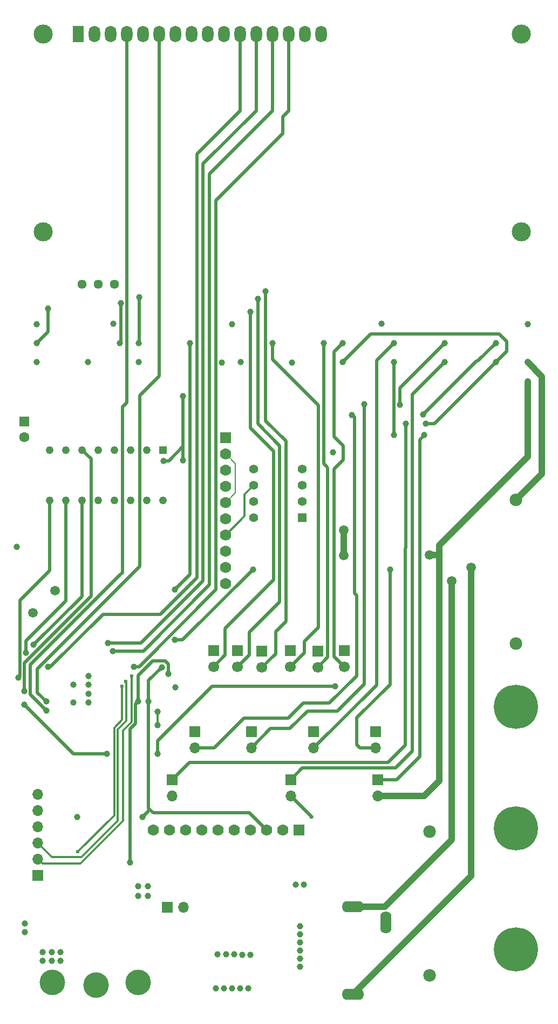
<source format=gbr>
%TF.GenerationSoftware,KiCad,Pcbnew,9.0.5*%
%TF.CreationDate,2025-10-29T10:13:22-04:00*%
%TF.ProjectId,oshe_dmm_project_v1,6f736865-5f64-46d6-9d5f-70726f6a6563,V1*%
%TF.SameCoordinates,Original*%
%TF.FileFunction,Copper,L4,Bot*%
%TF.FilePolarity,Positive*%
%FSLAX46Y46*%
G04 Gerber Fmt 4.6, Leading zero omitted, Abs format (unit mm)*
G04 Created by KiCad (PCBNEW 9.0.5) date 2025-10-29 10:13:22*
%MOMM*%
%LPD*%
G01*
G04 APERTURE LIST*
G04 Aperture macros list*
%AMRoundRect*
0 Rectangle with rounded corners*
0 $1 Rounding radius*
0 $2 $3 $4 $5 $6 $7 $8 $9 X,Y pos of 4 corners*
0 Add a 4 corners polygon primitive as box body*
4,1,4,$2,$3,$4,$5,$6,$7,$8,$9,$2,$3,0*
0 Add four circle primitives for the rounded corners*
1,1,$1+$1,$2,$3*
1,1,$1+$1,$4,$5*
1,1,$1+$1,$6,$7*
1,1,$1+$1,$8,$9*
0 Add four rect primitives between the rounded corners*
20,1,$1+$1,$2,$3,$4,$5,0*
20,1,$1+$1,$4,$5,$6,$7,0*
20,1,$1+$1,$6,$7,$8,$9,0*
20,1,$1+$1,$8,$9,$2,$3,0*%
G04 Aperture macros list end*
%TA.AperFunction,ComponentPad*%
%ADD10C,1.440000*%
%TD*%
%TA.AperFunction,ComponentPad*%
%ADD11C,3.000000*%
%TD*%
%TA.AperFunction,ComponentPad*%
%ADD12R,1.800000X2.600000*%
%TD*%
%TA.AperFunction,ComponentPad*%
%ADD13O,1.800000X2.600000*%
%TD*%
%TA.AperFunction,ComponentPad*%
%ADD14C,1.980000*%
%TD*%
%TA.AperFunction,ComponentPad*%
%ADD15R,1.778000X1.778000*%
%TD*%
%TA.AperFunction,ComponentPad*%
%ADD16C,1.778000*%
%TD*%
%TA.AperFunction,ComponentPad*%
%ADD17O,3.500000X1.750000*%
%TD*%
%TA.AperFunction,ComponentPad*%
%ADD18O,1.750000X3.500000*%
%TD*%
%TA.AperFunction,ComponentPad*%
%ADD19C,4.000000*%
%TD*%
%TA.AperFunction,ComponentPad*%
%ADD20RoundRect,0.250000X-0.550000X0.550000X-0.550000X-0.550000X0.550000X-0.550000X0.550000X0.550000X0*%
%TD*%
%TA.AperFunction,ComponentPad*%
%ADD21C,1.600000*%
%TD*%
%TA.AperFunction,ComponentPad*%
%ADD22R,1.700000X1.700000*%
%TD*%
%TA.AperFunction,ComponentPad*%
%ADD23O,1.700000X1.700000*%
%TD*%
%TA.AperFunction,ComponentPad*%
%ADD24R,1.397000X1.397000*%
%TD*%
%TA.AperFunction,ComponentPad*%
%ADD25C,1.397000*%
%TD*%
%TA.AperFunction,ComponentPad*%
%ADD26C,6.918200*%
%TD*%
%TA.AperFunction,ComponentPad*%
%ADD27C,1.700000*%
%TD*%
%TA.AperFunction,ComponentPad*%
%ADD28C,1.500000*%
%TD*%
%TA.AperFunction,ComponentPad*%
%ADD29R,1.210000X1.210000*%
%TD*%
%TA.AperFunction,ComponentPad*%
%ADD30C,1.210000*%
%TD*%
%TA.AperFunction,ViaPad*%
%ADD31C,1.000000*%
%TD*%
%TA.AperFunction,ViaPad*%
%ADD32C,0.600000*%
%TD*%
%TA.AperFunction,ViaPad*%
%ADD33C,1.500000*%
%TD*%
%TA.AperFunction,Conductor*%
%ADD34C,0.200000*%
%TD*%
%TA.AperFunction,Conductor*%
%ADD35C,0.300000*%
%TD*%
%TA.AperFunction,Conductor*%
%ADD36C,0.500000*%
%TD*%
%TA.AperFunction,Conductor*%
%ADD37C,1.000000*%
%TD*%
G04 APERTURE END LIST*
D10*
%TO.P,RV1,1,1*%
%TO.N,+5V*%
X138130000Y-113378000D03*
%TO.P,RV1,2,2*%
%TO.N,Net-(DS1-VO)*%
X135590000Y-113378000D03*
%TO.P,RV1,3,3*%
%TO.N,GND*%
X133050000Y-113378000D03*
%TD*%
D11*
%TO.P,DS1,*%
%TO.N,*%
X126990900Y-74174500D03*
X126990900Y-105175200D03*
X201989480Y-105175200D03*
X201990000Y-74174500D03*
D12*
%TO.P,DS1,1,VSS*%
%TO.N,GND*%
X132490000Y-74174500D03*
D13*
%TO.P,DS1,2,VDD*%
%TO.N,+5V*%
X135030000Y-74174500D03*
%TO.P,DS1,3,VO*%
%TO.N,Net-(DS1-VO)*%
X137570000Y-74174500D03*
%TO.P,DS1,4,RS*%
%TO.N,MISO{slash}D12*%
X140110000Y-74174500D03*
%TO.P,DS1,5,R/W*%
%TO.N,GND*%
X142650000Y-74174500D03*
%TO.P,DS1,6,E*%
%TO.N,MOSI{slash}D11*%
X145190000Y-74174500D03*
%TO.P,DS1,7,D0*%
%TO.N,unconnected-(DS1-D0-Pad7)*%
X147730000Y-74174500D03*
%TO.P,DS1,8,D1*%
%TO.N,unconnected-(DS1-D1-Pad8)*%
X150270000Y-74174500D03*
%TO.P,DS1,9,D2*%
%TO.N,unconnected-(DS1-D2-Pad9)*%
X152810000Y-74174500D03*
%TO.P,DS1,10,D3*%
%TO.N,unconnected-(DS1-D3-Pad10)*%
X155350000Y-74174500D03*
%TO.P,DS1,11,D4*%
%TO.N,D5*%
X157890000Y-74174500D03*
%TO.P,DS1,12,D5*%
%TO.N,D4*%
X160430000Y-74174500D03*
%TO.P,DS1,13,D6*%
%TO.N,D3*%
X162970000Y-74174500D03*
%TO.P,DS1,14,D7*%
%TO.N,D2*%
X165510000Y-74174500D03*
%TO.P,DS1,15,LED(+)*%
%TO.N,Net-(DS1-LED(+))*%
X168050000Y-74174500D03*
%TO.P,DS1,16,LED(-)*%
%TO.N,GND*%
X170590000Y-74174500D03*
%TD*%
D14*
%TO.P,F2,1*%
%TO.N,Current_Input*%
X187590000Y-221628000D03*
%TO.P,F2,2*%
%TO.N,Net-(U3-AIN2)*%
X187590000Y-199128000D03*
%TD*%
D15*
%TO.P,U3,1,VDD*%
%TO.N,+5V*%
X167130000Y-198878000D03*
D16*
%TO.P,U3,2,GND*%
%TO.N,GND*%
X164590000Y-198878000D03*
%TO.P,U3,3,SCL*%
%TO.N,SCL*%
X162050000Y-198878000D03*
%TO.P,U3,4,SDA*%
%TO.N,SDA*%
X159510000Y-198878000D03*
%TO.P,U3,5,ADDR*%
%TO.N,GND*%
X156970000Y-198878000D03*
%TO.P,U3,6,ALERT/RDY*%
%TO.N,unconnected-(U3-ALERT{slash}RDY-Pad6)*%
X154430000Y-198878000D03*
%TO.P,U3,7,AIN0*%
%TO.N,V_ADC_Input*%
X151890000Y-198878000D03*
%TO.P,U3,8,AIN1*%
%TO.N,GND*%
X149350000Y-198878000D03*
%TO.P,U3,9,AIN2*%
%TO.N,Net-(U3-AIN2)*%
X146810000Y-198878000D03*
%TO.P,U3,10,AIN3*%
%TO.N,GND*%
X144270000Y-198878000D03*
%TD*%
D17*
%TO.P,J22,1*%
%TO.N,Net-(U8-AIN2)*%
X175590000Y-224578000D03*
%TO.P,J22,2*%
%TO.N,Net-(U8-AIN3)*%
X175590000Y-210878000D03*
D18*
%TO.P,J22,3*%
%TO.N,unconnected-(J22-Pad3)*%
X180790000Y-213378000D03*
%TD*%
D19*
%TO.P,BAT-1,1,1*%
%TO.N,GND*%
X128447400Y-222766200D03*
%TD*%
D20*
%TO.P,C9,1*%
%TO.N,+5V*%
X124030000Y-134838000D03*
D21*
%TO.P,C9,2*%
%TO.N,GND*%
X124030000Y-137338000D03*
%TD*%
D19*
%TO.P,BAT+1,1,1*%
%TO.N,Net-(JP1-C)*%
X141909400Y-222766200D03*
%TD*%
D22*
%TO.P,J1,1,Pin_1*%
%TO.N,DTR*%
X126144000Y-205981000D03*
D23*
%TO.P,J1,2,Pin_2*%
%TO.N,TXD*%
X126144000Y-203441000D03*
%TO.P,J1,3,Pin_3*%
%TO.N,RXD*%
X126144000Y-200901000D03*
%TO.P,J1,4,Pin_4*%
%TO.N,+5V*%
X126144000Y-198361000D03*
%TO.P,J1,5,Pin_5*%
%TO.N,GND*%
X126144000Y-195821000D03*
%TO.P,J1,6,Pin_6*%
X126144000Y-193281000D03*
%TD*%
D22*
%TO.P,J6,1,Pin_1*%
%TO.N,9V_BAT_IN*%
X146451000Y-211006000D03*
D23*
%TO.P,J6,2,Pin_2*%
%TO.N,Net-(J6-Pin_2)*%
X148991000Y-211006000D03*
%TD*%
D22*
%TO.P,J10,1,Pin_1*%
%TO.N,+5V*%
X159634000Y-183467400D03*
D23*
%TO.P,J10,2,Pin_2*%
%TO.N,Net-(J10-Pin_2)*%
X159634000Y-186007400D03*
%TD*%
D24*
%TO.P,U2,1,Cc*%
%TO.N,GND*%
X167650000Y-149948000D03*
D25*
%TO.P,U2,2,Vin*%
%TO.N,Net-(U2-Vin)*%
X167650000Y-147408000D03*
%TO.P,U2,3,Cf*%
%TO.N,Net-(U2-Cf)*%
X167650000Y-144868000D03*
%TO.P,U2,4,-Vs*%
%TO.N,Net-(U2--Vs)*%
X167650000Y-142328000D03*
%TO.P,U2,5,Cav*%
%TO.N,Net-(U2-Cav)*%
X160030000Y-142328000D03*
%TO.P,U2,6,OUTPUT*%
%TO.N,Net-(U2-OUTPUT)*%
X160030000Y-144868000D03*
%TO.P,U2,7,+Vs*%
%TO.N,+5V*%
X160030000Y-147408000D03*
%TO.P,U2,8,COM*%
%TO.N,GND*%
X160030000Y-149948000D03*
%TD*%
D22*
%TO.P,J13,1,Pin_1*%
%TO.N,+5V*%
X179105600Y-183447000D03*
D23*
%TO.P,J13,2,Pin_2*%
%TO.N,Net-(J13-Pin_2)*%
X179105600Y-185987000D03*
%TD*%
D14*
%TO.P,F1,1*%
%TO.N,Voltage_Input*%
X201116800Y-169678000D03*
%TO.P,F1,2*%
%TO.N,2V_Rang*%
X201116800Y-147178000D03*
%TD*%
D26*
%TO.P,J3,1,1*%
%TO.N,GND*%
X201193000Y-198610000D03*
%TD*%
D22*
%TO.P,J18,1,Pin_1*%
%TO.N,+5V*%
X165750000Y-170778000D03*
D27*
%TO.P,J18,2,Pin_2*%
%TO.N,Net-(J18-Pin_2)*%
X165750000Y-173318000D03*
%TD*%
D28*
%TO.P,Y1,1,1*%
%TO.N,Net-(U1-XTAL2{slash}PB7)*%
X125359319Y-164818681D03*
%TO.P,Y1,2,2*%
%TO.N,Net-(U1-XTAL1{slash}PB6)*%
X128810000Y-161368000D03*
%TD*%
D22*
%TO.P,J14,1,Pin_1*%
%TO.N,+5V*%
X153720000Y-170788000D03*
D27*
%TO.P,J14,2,Pin_2*%
%TO.N,Net-(J14-Pin_2)*%
X153720000Y-173328000D03*
%TD*%
D22*
%TO.P,J7,1,Pin_1*%
%TO.N,2V_Rang*%
X147218000Y-190990800D03*
D23*
%TO.P,J7,2,Pin_2*%
%TO.N,V_ADC_Input*%
X147218000Y-193530800D03*
%TD*%
D15*
%TO.P,U8,1,VDD*%
%TO.N,+5V*%
X155590000Y-137438000D03*
D16*
%TO.P,U8,2,GND*%
%TO.N,GND*%
X155590000Y-139978000D03*
%TO.P,U8,3,SCL*%
%TO.N,SCL*%
X155590000Y-142518000D03*
%TO.P,U8,4,SDA*%
%TO.N,SDA*%
X155590000Y-145058000D03*
%TO.P,U8,5,ADDR*%
%TO.N,GND*%
X155590000Y-147598000D03*
%TO.P,U8,6,ALERT/RDY*%
%TO.N,unconnected-(U8-ALERT{slash}RDY-Pad6)*%
X155590000Y-150138000D03*
%TO.P,U8,7,AIN0*%
%TO.N,Net-(U2-OUTPUT)*%
X155590000Y-152678000D03*
%TO.P,U8,8,AIN1*%
%TO.N,unconnected-(U8-AIN1-Pad8)*%
X155590000Y-155218000D03*
%TO.P,U8,9,AIN2*%
%TO.N,Net-(U8-AIN2)*%
X155590000Y-157758000D03*
%TO.P,U8,10,AIN3*%
%TO.N,Net-(U8-AIN3)*%
X155590000Y-160298000D03*
%TD*%
D22*
%TO.P,J11,1,Pin_1*%
%TO.N,200V_Rang*%
X179476000Y-190990800D03*
D23*
%TO.P,J11,2,Pin_2*%
%TO.N,V_ADC_Input*%
X179476000Y-193530800D03*
%TD*%
D22*
%TO.P,J12,1,Pin_1*%
%TO.N,+5V*%
X169365000Y-183447000D03*
D23*
%TO.P,J12,2,Pin_2*%
%TO.N,Net-(J12-Pin_2)*%
X169365000Y-185987000D03*
%TD*%
D22*
%TO.P,J20,1,Pin_1*%
%TO.N,+5V*%
X174190000Y-170768000D03*
D27*
%TO.P,J20,2,Pin_2*%
%TO.N,Net-(J20-Pin_2)*%
X174190000Y-173308000D03*
%TD*%
D22*
%TO.P,J16,1,Pin_1*%
%TO.N,+5V*%
X170080000Y-170818000D03*
D27*
%TO.P,J16,2,Pin_2*%
%TO.N,Net-(J16-Pin_2)*%
X170080000Y-173358000D03*
%TD*%
D26*
%TO.P,J2,1,1*%
%TO.N,Voltage_Input*%
X201193000Y-179610000D03*
%TD*%
%TO.P,J4,1,1*%
%TO.N,Current_Input*%
X201193000Y-217610000D03*
%TD*%
D22*
%TO.P,J9,1,Pin_1*%
%TO.N,20V_Rang*%
X165810800Y-190985800D03*
D23*
%TO.P,J9,2,Pin_2*%
%TO.N,V_ADC_Input*%
X165810800Y-193525800D03*
%TD*%
D29*
%TO.P,U4,1,X4*%
%TO.N,Net-(U4-X4)*%
X145790000Y-139318000D03*
D30*
%TO.P,U4,2,X6*%
%TO.N,Net-(U4-X6)*%
X143250000Y-139318000D03*
%TO.P,U4,3,X*%
%TO.N,A0*%
X140710000Y-139318000D03*
%TO.P,U4,4,X7*%
%TO.N,Net-(U4-X7)*%
X138170000Y-139318000D03*
%TO.P,U4,5,X5*%
%TO.N,Net-(U4-X5)*%
X135630000Y-139318000D03*
%TO.P,U4,6,ENABLE*%
%TO.N,D9*%
X133090000Y-139318000D03*
%TO.P,U4,7,N.C.*%
%TO.N,unconnected-(U4-N.C.-Pad7)*%
X130550000Y-139318000D03*
%TO.P,U4,8,GND*%
%TO.N,GND*%
X128010000Y-139318000D03*
%TO.P,U4,9,C*%
%TO.N,D8*%
X128010000Y-147258000D03*
%TO.P,U4,10,B*%
%TO.N,D7*%
X130550000Y-147258000D03*
%TO.P,U4,11,A*%
%TO.N,D6*%
X133090000Y-147258000D03*
%TO.P,U4,12,X3*%
%TO.N,Net-(U4-X3)*%
X135630000Y-147258000D03*
%TO.P,U4,13,X0*%
%TO.N,Net-(U4-X0)*%
X138170000Y-147258000D03*
%TO.P,U4,14,X1*%
%TO.N,Net-(U4-X1)*%
X140710000Y-147258000D03*
%TO.P,U4,15,X2*%
%TO.N,Net-(U4-X2)*%
X143250000Y-147258000D03*
%TO.P,U4,16,VCC*%
%TO.N,+5V*%
X145790000Y-147258000D03*
%TD*%
D22*
%TO.P,J21,1,Pin_1*%
%TO.N,+5V*%
X161280000Y-170868000D03*
D27*
%TO.P,J21,2,Pin_2*%
%TO.N,Net-(J21-Pin_2)*%
X161280000Y-173408000D03*
%TD*%
D22*
%TO.P,J5,1,Pin_1*%
%TO.N,+5V*%
X157480000Y-170788000D03*
D27*
%TO.P,J5,2,Pin_2*%
%TO.N,Net-(J5-Pin_2)*%
X157480000Y-173328000D03*
%TD*%
D22*
%TO.P,J8,1,Pin_1*%
%TO.N,+5V*%
X150820000Y-183468000D03*
D23*
%TO.P,J8,2,Pin_2*%
%TO.N,Net-(J8-Pin_2)*%
X150820000Y-186008000D03*
%TD*%
D19*
%TO.P,Thermistor1,1,1*%
%TO.N,TS*%
X135259400Y-223198000D03*
%TD*%
D31*
%TO.N,*%
X125990000Y-125578000D03*
X141990000Y-125598000D03*
X133990000Y-125598000D03*
X155020000Y-125608000D03*
%TO.N,GND*%
X126923400Y-217991000D03*
X128320400Y-217991000D03*
X166649000Y-207450000D03*
X134067000Y-178919600D03*
X172470000Y-139708000D03*
X167284000Y-216467000D03*
X129717400Y-217991000D03*
X124129400Y-214892200D03*
X167284000Y-213927000D03*
X126923400Y-219388000D03*
X147720000Y-176558000D03*
X129717400Y-219388000D03*
X167284000Y-220277000D03*
X167284000Y-215197000D03*
X122799130Y-154526469D03*
X167284000Y-217737000D03*
X124129400Y-213495200D03*
X134067000Y-176125600D03*
X134067000Y-177522600D03*
X167284000Y-219007000D03*
X128320400Y-219388000D03*
X167919000Y-207450000D03*
X134067000Y-174728600D03*
%TO.N,+5V*%
X158267000Y-218397400D03*
X154076000Y-223680600D03*
X125990000Y-119598000D03*
X132309850Y-196862400D03*
X156616000Y-223680600D03*
X180050000Y-119538000D03*
X159537000Y-218397400D03*
X202990000Y-119598000D03*
X155346000Y-223680600D03*
X159156000Y-223680600D03*
X131686000Y-178900400D03*
X155727000Y-218372000D03*
X131686000Y-176131800D03*
X154330000Y-218372000D03*
X157886000Y-223680600D03*
X138030000Y-119538000D03*
X156640000Y-119588000D03*
X156997000Y-218372000D03*
D32*
%TO.N,Net-(U1-~{RESET}{slash}PC6)*%
X132430000Y-202298000D03*
X139350000Y-176360600D03*
D31*
%TO.N,9V_BAT_IN*%
X141850000Y-209192000D03*
X143374000Y-209192000D03*
X141850000Y-207668000D03*
X143374000Y-207668000D03*
D32*
%TO.N,RXD*%
X139980000Y-175560600D03*
%TO.N,TXD*%
X140890000Y-174760600D03*
D31*
%TO.N,2V_Rang*%
X173990000Y-125598000D03*
X202990000Y-125598000D03*
X187030000Y-135178000D03*
X197990000Y-125598000D03*
X183890000Y-135168000D03*
%TO.N,D9*%
X124017600Y-177078000D03*
%TO.N,A0*%
X148890000Y-140998000D03*
X148940000Y-130888000D03*
X145890000Y-141038000D03*
X144930000Y-182468000D03*
X144930000Y-180328000D03*
%TO.N,SDA*%
X146590000Y-174378000D03*
X140630000Y-203918000D03*
X141884000Y-178748000D03*
%TO.N,D5*%
X127772113Y-173324807D03*
%TO.N,MISO{slash}D12*%
X127463000Y-180125100D03*
%TO.N,D2*%
X141179000Y-173267100D03*
%TO.N,D4*%
X137108800Y-169604000D03*
%TO.N,SCL*%
X143535000Y-178748000D03*
X145580000Y-173378000D03*
X142590000Y-196878000D03*
%TO.N,D8*%
X123067600Y-174988000D03*
%TO.N,D10*%
X136970000Y-186968000D03*
X144940000Y-186968000D03*
X124050000Y-179268000D03*
X172780000Y-176338000D03*
%TO.N,D7*%
X124266599Y-171107898D03*
%TO.N,MOSI{slash}D11*%
X127463000Y-178728100D03*
%TO.N,D6*%
X125498248Y-169876248D03*
%TO.N,D3*%
X137877000Y-170854100D03*
%TO.N,20V_Rang*%
X165990000Y-125608000D03*
X189990000Y-125598000D03*
%TO.N,200V_Rang*%
X186780000Y-137008000D03*
X157990000Y-125598000D03*
X181990000Y-136958000D03*
X181990000Y-125598000D03*
D33*
%TO.N,V_ADC_Input*%
X174160000Y-155908000D03*
D31*
X202990000Y-128598000D03*
D32*
X169090000Y-196878000D03*
D33*
X187610000Y-155798000D03*
X174180000Y-151918000D03*
D31*
%TO.N,Net-(J8-Pin_2)*%
X186580000Y-133808000D03*
X175412000Y-133830000D03*
X197990000Y-122598000D03*
%TO.N,Net-(J10-Pin_2)*%
X182940000Y-132208000D03*
X189990000Y-122598000D03*
X177340000Y-132188000D03*
%TO.N,Net-(J12-Pin_2)*%
X181990000Y-122598000D03*
%TO.N,Net-(J13-Pin_2)*%
X149990000Y-122598000D03*
X181400000Y-158098000D03*
X147660000Y-161178000D03*
X159920000Y-158028000D03*
X147650000Y-169098000D03*
%TO.N,Net-(J5-Pin_2)*%
X160670000Y-115618000D03*
X138990000Y-122598000D03*
X139160000Y-116368000D03*
%TO.N,Net-(J14-Pin_2)*%
X159490000Y-117708000D03*
X125990000Y-122578000D03*
X127750000Y-117208000D03*
%TO.N,Net-(J16-Pin_2)*%
X170990000Y-122598000D03*
%TO.N,Net-(J18-Pin_2)*%
X162990000Y-122598000D03*
%TO.N,Net-(J20-Pin_2)*%
X173990000Y-122598000D03*
%TO.N,Net-(J21-Pin_2)*%
X142060000Y-115398000D03*
X161910000Y-114448000D03*
X141990000Y-122598000D03*
D33*
%TO.N,Net-(U8-AIN3)*%
X191090000Y-159878000D03*
%TO.N,Net-(U8-AIN2)*%
X194090000Y-157688000D03*
%TD*%
D34*
%TO.N,GND*%
X155650000Y-147568000D02*
X157150000Y-146068000D01*
X157150000Y-146068000D02*
X157150000Y-141448000D01*
X157150000Y-141448000D02*
X155650000Y-139948000D01*
D35*
%TO.N,Net-(U1-~{RESET}{slash}PC6)*%
X138140000Y-196588000D02*
X132430000Y-202298000D01*
X138140000Y-182838000D02*
X139350000Y-181628000D01*
X138140000Y-182838000D02*
X138140000Y-196588000D01*
X139350000Y-181628000D02*
X139350000Y-176360600D01*
%TO.N,RXD*%
X140001000Y-175581600D02*
X139980000Y-175560600D01*
X138690000Y-197407000D02*
X132980000Y-203117000D01*
X128360000Y-203117000D02*
X126144000Y-200901000D01*
X132980000Y-203117000D02*
X128360000Y-203117000D01*
X138690000Y-183088000D02*
X140001000Y-181777000D01*
X138690000Y-183088000D02*
X138690000Y-197407000D01*
X140001000Y-181777000D02*
X140001000Y-175581600D01*
%TO.N,TXD*%
X132510000Y-204168000D02*
X126871000Y-204168000D01*
X140890000Y-181908000D02*
X140890000Y-174760600D01*
X139540000Y-183258000D02*
X140890000Y-181908000D01*
X132510000Y-204168000D02*
X132849654Y-204168000D01*
X132849654Y-204168000D02*
X139540000Y-197477654D01*
X139540000Y-197477654D02*
X139540000Y-183258000D01*
X126871000Y-204168000D02*
X126144000Y-203441000D01*
D36*
%TO.N,2V_Rang*%
X149935800Y-188273000D02*
X147218000Y-190990800D01*
D34*
X205190000Y-143104800D02*
X205210000Y-143104800D01*
D36*
X199710000Y-123878000D02*
X199710000Y-122358000D01*
X183794000Y-154754000D02*
X183794000Y-185606000D01*
X178400000Y-121188000D02*
X173990000Y-125598000D01*
X197990000Y-125598000D02*
X199710000Y-123878000D01*
X198540000Y-121188000D02*
X178400000Y-121188000D01*
D37*
X201116800Y-147178000D02*
X205190000Y-143104800D01*
D36*
X188410000Y-135178000D02*
X197990000Y-125598000D01*
D37*
X205210000Y-127818000D02*
X202990000Y-125598000D01*
D36*
X183890000Y-154658000D02*
X183794000Y-154754000D01*
X187030000Y-135178000D02*
X188410000Y-135178000D01*
X183890000Y-135168000D02*
X183890000Y-154658000D01*
X181127000Y-188273000D02*
X149935800Y-188273000D01*
X199710000Y-122358000D02*
X198540000Y-121188000D01*
D37*
X205210000Y-143104800D02*
X205210000Y-127818000D01*
D36*
X183794000Y-185606000D02*
X181127000Y-188273000D01*
%TO.N,D9*%
X134520000Y-140748000D02*
X133090000Y-139318000D01*
X134520000Y-162198000D02*
X134520000Y-140748000D01*
X124017600Y-172700400D02*
X134520000Y-162198000D01*
X124017600Y-177078000D02*
X124017600Y-172700400D01*
%TO.N,A0*%
X148890000Y-140998000D02*
X148890000Y-138848000D01*
X145890000Y-141038000D02*
X146700000Y-141038000D01*
X148940000Y-138798000D02*
X148940000Y-130888000D01*
D35*
X144930000Y-182468000D02*
X144930000Y-180328000D01*
D36*
X146700000Y-141038000D02*
X148940000Y-138798000D01*
D34*
X148890000Y-138848000D02*
X148940000Y-138798000D01*
D36*
%TO.N,SDA*%
X146590000Y-172878000D02*
X146090000Y-172378000D01*
X141491000Y-179141000D02*
X141491000Y-182156942D01*
X141884000Y-178748000D02*
X141491000Y-179141000D01*
X140590000Y-197108000D02*
X140620000Y-197138000D01*
X141884000Y-174654029D02*
X141884000Y-178748000D01*
X146590000Y-174378000D02*
X146590000Y-172878000D01*
X140620000Y-197138000D02*
X140620000Y-203908000D01*
X141491000Y-182156942D02*
X140590000Y-183057942D01*
X140590000Y-183057942D02*
X140590000Y-197108000D01*
X146090000Y-172378000D02*
X144160029Y-172378000D01*
X140620000Y-203908000D02*
X140630000Y-203918000D01*
X144160029Y-172378000D02*
X141884000Y-174654029D01*
%TO.N,D5*%
X151090000Y-92974500D02*
X157890000Y-86174500D01*
X127772113Y-173324807D02*
X128098793Y-173324807D01*
X157890000Y-86174500D02*
X157890000Y-74174500D01*
X136355600Y-165068000D02*
X145370000Y-165068000D01*
X128098793Y-173324807D02*
X136355600Y-165068000D01*
X145370000Y-165068000D02*
X151090000Y-159348000D01*
X151090000Y-159348000D02*
X151090000Y-92974500D01*
%TO.N,MISO{slash}D12*%
X124967600Y-177629700D02*
X124967600Y-173007600D01*
X127463000Y-180125100D02*
X124967600Y-177629700D01*
X139440000Y-132608000D02*
X139440000Y-158535200D01*
X139440000Y-158535200D02*
X139220000Y-158755200D01*
X140110000Y-74174500D02*
X140110000Y-131938000D01*
X140110000Y-131938000D02*
X139440000Y-132608000D01*
X124967600Y-173007600D02*
X139116000Y-158859200D01*
D34*
X139220000Y-158755200D02*
X139116000Y-158859200D01*
D36*
%TO.N,D2*%
X154090000Y-125193082D02*
X154069000Y-125214082D01*
X154090000Y-126022918D02*
X154090000Y-161198000D01*
X164560000Y-87124500D02*
X164560000Y-89768000D01*
X154069000Y-126001918D02*
X154090000Y-126022918D01*
X154090000Y-161198000D02*
X142020900Y-173267100D01*
X142020900Y-173267100D02*
X141179000Y-173267100D01*
X164560000Y-89768000D02*
X154090000Y-100238000D01*
X154069000Y-125214082D02*
X154069000Y-126001918D01*
X154090000Y-100238000D02*
X154090000Y-125193082D01*
X165510000Y-86174500D02*
X164560000Y-87124500D01*
X165510000Y-86174500D02*
X165510000Y-74174500D01*
%TO.N,D4*%
X142324000Y-169604000D02*
X152090000Y-159838000D01*
X152090000Y-94514500D02*
X160430000Y-86174500D01*
X160430000Y-86174500D02*
X160430000Y-74174500D01*
X137108800Y-169604000D02*
X142324000Y-169604000D01*
X152090000Y-159838000D02*
X152090000Y-94514500D01*
D34*
%TO.N,SCL*%
X143535000Y-195933000D02*
X143535000Y-195461200D01*
D36*
X159368200Y-196196200D02*
X144270000Y-196196200D01*
X145580000Y-173378000D02*
X143535000Y-175423000D01*
X162050000Y-198878000D02*
X159368200Y-196196200D01*
X143535000Y-195461200D02*
X143535000Y-178748000D01*
X143535000Y-175423000D02*
X143535000Y-178748000D01*
X142590000Y-196878000D02*
X143535000Y-195933000D01*
X143535000Y-195461200D02*
X144270000Y-196196200D01*
%TO.N,D8*%
X123067600Y-174988000D02*
X123316600Y-174739000D01*
X123316600Y-162931400D02*
X127910000Y-158338000D01*
X128010000Y-151388000D02*
X128010000Y-147258000D01*
D34*
X128020000Y-158228000D02*
X127910000Y-158338000D01*
D36*
X123316600Y-174739000D02*
X123316600Y-162931400D01*
X128020000Y-151398000D02*
X128010000Y-151388000D01*
X128020000Y-151398000D02*
X128020000Y-158228000D01*
%TO.N,D10*%
X144940000Y-186968000D02*
X144940000Y-184878000D01*
X153480000Y-176338000D02*
X172780000Y-176338000D01*
X151640000Y-178178000D02*
X153480000Y-176338000D01*
X131750000Y-186968000D02*
X136970000Y-186968000D01*
X124050000Y-179268000D02*
X131750000Y-186968000D01*
X144940000Y-184878000D02*
X151640000Y-178178000D01*
D34*
%TO.N,D7*%
X130550000Y-162988000D02*
X130440000Y-163098000D01*
D36*
X124266599Y-171107898D02*
X124266599Y-169266128D01*
X126710000Y-166828000D02*
X130440000Y-163098000D01*
X130530000Y-147278000D02*
X130550000Y-147258000D01*
X130550000Y-147258000D02*
X130550000Y-162988000D01*
X124266599Y-169266128D02*
X126704727Y-166828000D01*
X126704727Y-166828000D02*
X126710000Y-166828000D01*
%TO.N,MOSI{slash}D11*%
X127463000Y-178728100D02*
X126085200Y-177350300D01*
D34*
X142104000Y-130864000D02*
X142104000Y-130824000D01*
D36*
X142104000Y-157598400D02*
X142104000Y-130864000D01*
X142104000Y-130824000D02*
X145190000Y-127738000D01*
X145190000Y-127738000D02*
X145190000Y-74174500D01*
X126085200Y-177350300D02*
X126085200Y-173617200D01*
X126085200Y-173617200D02*
X142084000Y-157618400D01*
X142084000Y-157618400D02*
X142104000Y-157598400D01*
%TO.N,D6*%
X125498248Y-169876248D02*
X132980000Y-162394496D01*
D34*
X133090000Y-162284496D02*
X132980000Y-162394496D01*
D36*
X133070000Y-147278000D02*
X133090000Y-147258000D01*
X133090000Y-147258000D02*
X133090000Y-162284496D01*
%TO.N,D3*%
X137877000Y-170854100D02*
X142693900Y-170854100D01*
X153090000Y-96054500D02*
X162970000Y-86174500D01*
X142693900Y-170854100D02*
X153090000Y-160458000D01*
X153090000Y-160458000D02*
X153090000Y-96054500D01*
X162970000Y-86174500D02*
X162970000Y-74174500D01*
%TO.N,20V_Rang*%
X184937000Y-186495000D02*
X184937000Y-160587000D01*
X184937000Y-148243786D02*
X184937000Y-142431000D01*
X167634600Y-189162000D02*
X182270000Y-189162000D01*
X165810800Y-190985800D02*
X167634600Y-189162000D01*
X184937000Y-142431000D02*
X184937000Y-130651000D01*
X182270000Y-189162000D02*
X184937000Y-186495000D01*
X184937000Y-160587000D02*
X184937000Y-148243786D01*
X184937000Y-130651000D02*
X189990000Y-125598000D01*
%TO.N,200V_Rang*%
X186780000Y-137008000D02*
X186080000Y-137708000D01*
X186080000Y-137708000D02*
X186080000Y-187384000D01*
X182473200Y-190990800D02*
X179476000Y-190990800D01*
X186080000Y-187384000D02*
X182473200Y-190990800D01*
X181990000Y-136958000D02*
X181990000Y-125598000D01*
D34*
%TO.N,V_ADC_Input*%
X187610000Y-155798000D02*
X187620000Y-155808000D01*
D37*
X202990000Y-140378000D02*
X202990000Y-128598000D01*
X174120000Y-155868000D02*
X174160000Y-155908000D01*
D36*
X169163000Y-196878000D02*
X165810800Y-193525800D01*
D37*
X189107234Y-154260766D02*
X202990000Y-140378000D01*
X174180000Y-151918000D02*
X174120000Y-151978000D01*
X189107234Y-154356617D02*
X189107234Y-154260766D01*
X189107234Y-191214766D02*
X189107234Y-154356617D01*
X179476000Y-193530800D02*
X186791200Y-193530800D01*
X187620000Y-155808000D02*
X189097234Y-155808000D01*
X186791200Y-193530800D02*
X189107234Y-191214766D01*
X174120000Y-151978000D02*
X174120000Y-155868000D01*
D36*
%TO.N,Net-(J8-Pin_2)*%
X158490000Y-181378000D02*
X153860000Y-186008000D01*
X186580000Y-133808000D02*
X186560000Y-133828000D01*
X176140000Y-174718000D02*
X171840000Y-179018000D01*
X194980000Y-125408000D02*
X195180000Y-125408000D01*
X175412000Y-133830000D02*
X175810000Y-134228000D01*
X175810000Y-161768000D02*
X176140000Y-162098000D01*
X176140000Y-162098000D02*
X176140000Y-174718000D01*
X171840000Y-179018000D02*
X167810000Y-179018000D01*
X153860000Y-186008000D02*
X150820000Y-186008000D01*
X175810000Y-134228000D02*
X175810000Y-161768000D01*
X186580000Y-133808000D02*
X194980000Y-125408000D01*
X195180000Y-125408000D02*
X197990000Y-122598000D01*
X165450000Y-181378000D02*
X158490000Y-181378000D01*
X167810000Y-179018000D02*
X165450000Y-181378000D01*
%TO.N,Net-(J10-Pin_2)*%
X182940000Y-132208000D02*
X182940000Y-129648000D01*
X159634000Y-185991600D02*
X162627600Y-182998000D01*
X177342400Y-176055600D02*
X177342400Y-154695600D01*
D34*
X177402400Y-159225600D02*
X177410000Y-159218000D01*
D36*
X177402400Y-136720400D02*
X177402400Y-159225600D01*
X168436000Y-180272000D02*
X173126000Y-180272000D01*
X177340000Y-132188000D02*
X177340000Y-136658000D01*
X177340000Y-136658000D02*
X177402400Y-136720400D01*
X159634000Y-186007400D02*
X159634000Y-185991600D01*
X182940000Y-129648000D02*
X189990000Y-122598000D01*
X165710000Y-182998000D02*
X168436000Y-180272000D01*
X162627600Y-182998000D02*
X165710000Y-182998000D01*
X173126000Y-180272000D02*
X177342400Y-176055600D01*
%TO.N,Net-(J12-Pin_2)*%
X179280000Y-176150000D02*
X169443000Y-185987000D01*
X179280000Y-125308000D02*
X181990000Y-122598000D01*
X169443000Y-185987000D02*
X169365000Y-185987000D01*
X179280000Y-137088000D02*
X179280000Y-125308000D01*
X179280000Y-137088000D02*
X179280000Y-176150000D01*
%TO.N,Net-(J13-Pin_2)*%
X181400000Y-176062000D02*
X176174000Y-181288000D01*
X176682000Y-185987000D02*
X179105600Y-185987000D01*
X148850000Y-169098000D02*
X147650000Y-169098000D01*
X147660000Y-161178000D02*
X149990000Y-158848000D01*
X159920000Y-158028000D02*
X148850000Y-169098000D01*
X176174000Y-185479000D02*
X176682000Y-185987000D01*
X176174000Y-181288000D02*
X176174000Y-185479000D01*
X149990000Y-158848000D02*
X149990000Y-122598000D01*
X181400000Y-158098000D02*
X181400000Y-176062000D01*
D34*
%TO.N,Net-(J5-Pin_2)*%
X139160000Y-122428000D02*
X138990000Y-122598000D01*
D36*
X159330000Y-167868000D02*
X159330000Y-171478000D01*
X164080000Y-163118000D02*
X159330000Y-167868000D01*
X160670000Y-135228000D02*
X164080000Y-138638000D01*
X164080000Y-138638000D02*
X164080000Y-163118000D01*
X159330000Y-171478000D02*
X157480000Y-173328000D01*
X160670000Y-115618000D02*
X160670000Y-135228000D01*
X139160000Y-116368000D02*
X139160000Y-122428000D01*
%TO.N,Net-(J14-Pin_2)*%
X127750000Y-120818000D02*
X125990000Y-122578000D01*
X163120000Y-139558000D02*
X163120000Y-159718000D01*
X155560000Y-167278000D02*
X155560000Y-171488000D01*
X159490000Y-117708000D02*
X159490000Y-135928000D01*
X159490000Y-135928000D02*
X163120000Y-139558000D01*
X155560000Y-171488000D02*
X153720000Y-173328000D01*
X163120000Y-159718000D02*
X155560000Y-167278000D01*
X127750000Y-117208000D02*
X127750000Y-120818000D01*
%TO.N,Net-(J16-Pin_2)*%
X171620000Y-171818000D02*
X171620000Y-142118000D01*
X171401057Y-141899057D02*
X170990000Y-141488000D01*
X171620000Y-142118000D02*
X171401057Y-141899057D01*
X170990000Y-141488000D02*
X170990000Y-122598000D01*
X170080000Y-173358000D02*
X171620000Y-171818000D01*
%TO.N,Net-(J18-Pin_2)*%
X170130000Y-132288000D02*
X162990000Y-125148000D01*
X165750000Y-173318000D02*
X167940000Y-171128000D01*
X167940000Y-171128000D02*
X167940000Y-169318000D01*
X170130000Y-167128000D02*
X170130000Y-132288000D01*
X167940000Y-169318000D02*
X170130000Y-167128000D01*
X162990000Y-125148000D02*
X162990000Y-122598000D01*
%TO.N,Net-(J20-Pin_2)*%
X174020000Y-138668000D02*
X172590000Y-137238000D01*
X172599000Y-123989000D02*
X173990000Y-122598000D01*
X172599000Y-142329000D02*
X174020000Y-140908000D01*
X174020000Y-140908000D02*
X174020000Y-138668000D01*
X172599000Y-171717000D02*
X172599000Y-142329000D01*
X172590000Y-137238000D02*
X172590000Y-123998000D01*
D34*
X172590000Y-123998000D02*
X172599000Y-123989000D01*
D36*
X174190000Y-173308000D02*
X172599000Y-171717000D01*
%TO.N,Net-(J21-Pin_2)*%
X165060000Y-166178000D02*
X163440000Y-167798000D01*
X161910000Y-134774727D02*
X165060000Y-137924727D01*
D34*
X142060000Y-122528000D02*
X141990000Y-122598000D01*
D36*
X163440000Y-167798000D02*
X163440000Y-171248000D01*
X165060000Y-137924727D02*
X165060000Y-166178000D01*
X161910000Y-114448000D02*
X161910000Y-134774727D01*
X142060000Y-115398000D02*
X142060000Y-122528000D01*
X163440000Y-171248000D02*
X161280000Y-173408000D01*
D35*
%TO.N,Net-(U2-OUTPUT)*%
X158590000Y-146308000D02*
X158590000Y-149708000D01*
X160030000Y-144868000D02*
X158590000Y-146308000D01*
X158590000Y-149708000D02*
X155650000Y-152648000D01*
D37*
%TO.N,Net-(U8-AIN3)*%
X180590000Y-210878000D02*
X175590000Y-210878000D01*
X191090000Y-200378000D02*
X180590000Y-210878000D01*
X191090000Y-159878000D02*
X191090000Y-200378000D01*
%TO.N,Net-(U8-AIN2)*%
X194090000Y-206078000D02*
X175590000Y-224578000D01*
X194090000Y-157688000D02*
X194090000Y-206078000D01*
%TD*%
M02*

</source>
